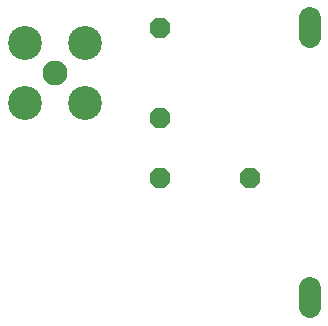
<source format=gbr>
G04 EAGLE Gerber RS-274X export*
G75*
%MOMM*%
%FSLAX34Y34*%
%LPD*%
%INSoldermask Bottom*%
%IPPOS*%
%AMOC8*
5,1,8,0,0,1.08239X$1,22.5*%
G01*
%ADD10P,1.869504X8X112.500000*%
%ADD11P,1.869504X8X22.500000*%
%ADD12C,1.828800*%
%ADD13C,2.108200*%
%ADD14C,2.870200*%


D10*
X139700Y190500D03*
X139700Y266700D03*
D11*
X139700Y139700D03*
X215900Y139700D03*
D12*
X266700Y46228D02*
X266700Y29972D01*
X266700Y258572D02*
X266700Y274828D01*
D13*
X50800Y228600D03*
D14*
X76299Y203101D03*
X25301Y203101D03*
X25301Y254099D03*
X76299Y254099D03*
M02*

</source>
